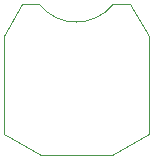
<source format=gbr>
%TF.GenerationSoftware,KiCad,Pcbnew,(5.1.6-0)*%
%TF.CreationDate,2020-12-23T18:17:54-08:00*%
%TF.ProjectId,loco-rollers-n,6c6f636f-2d72-46f6-9c6c-6572732d6e2e,R1*%
%TF.SameCoordinates,PX8f0d180PY7270e00*%
%TF.FileFunction,Profile,NP*%
%FSLAX46Y46*%
G04 Gerber Fmt 4.6, Leading zero omitted, Abs format (unit mm)*
G04 Created by KiCad (PCBNEW (5.1.6-0)) date 2020-12-23 18:17:54*
%MOMM*%
%LPD*%
G01*
G04 APERTURE LIST*
%TA.AperFunction,Profile*%
%ADD10C,0.050000*%
%TD*%
G04 APERTURE END LIST*
D10*
X9249999Y12750001D02*
G75*
G02*
X3000001Y12750001I-3124999J2499999D01*
G01*
X3000000Y12750000D02*
X1550000Y12750000D01*
X10700000Y12750000D02*
X9250000Y12750000D01*
X12250000Y10050000D02*
X10700000Y12750000D01*
X12250000Y1800000D02*
X12250000Y10050000D01*
X9150000Y0D02*
X12250000Y1800000D01*
X3100000Y0D02*
X9150000Y0D01*
X0Y10050000D02*
X1550000Y12750000D01*
X0Y1800000D02*
X0Y10050000D01*
X3100000Y0D02*
X0Y1800000D01*
M02*

</source>
